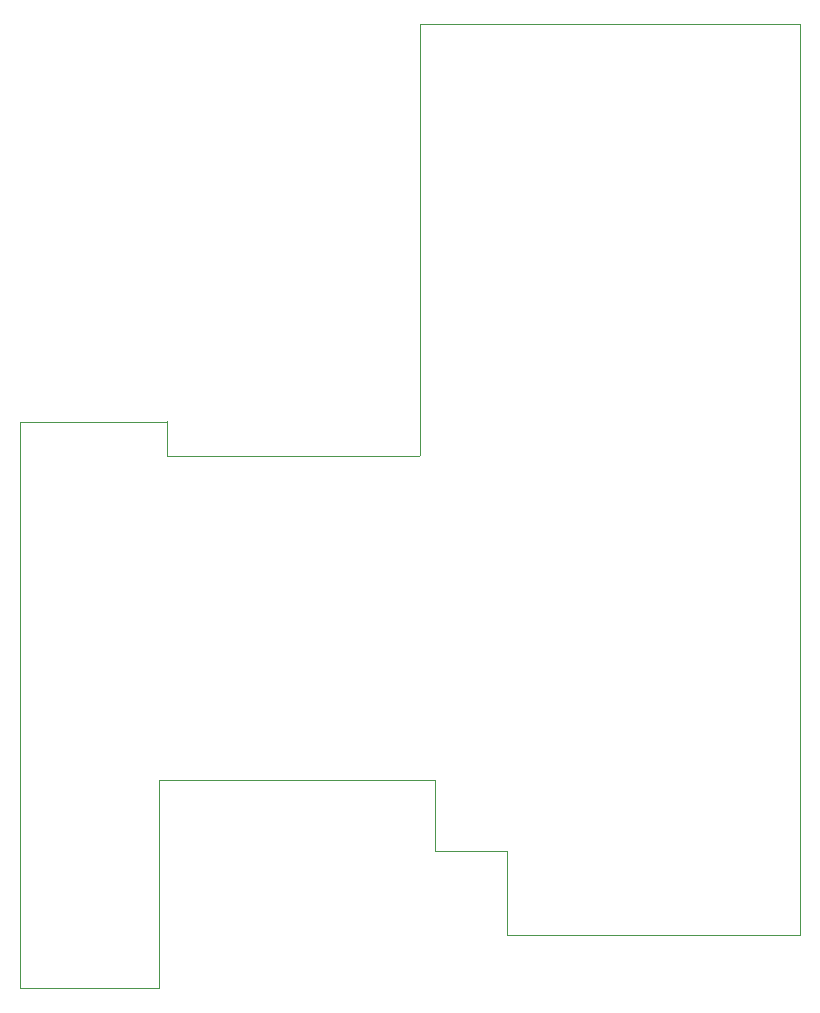
<source format=gbr>
G04 #@! TF.FileFunction,Profile,NP*
%FSLAX46Y46*%
G04 Gerber Fmt 4.6, Leading zero omitted, Abs format (unit mm)*
G04 Created by KiCad (PCBNEW 4.0.6) date Monday, July 30, 2018 'PMt' 08:55:28 PM*
%MOMM*%
%LPD*%
G01*
G04 APERTURE LIST*
%ADD10C,0.100000*%
G04 APERTURE END LIST*
D10*
X143713200Y-128295400D02*
X143738600Y-128295400D01*
X143713200Y-122275600D02*
X143713200Y-128295400D01*
X149758400Y-128295400D02*
X143687800Y-128295400D01*
X142392400Y-66751200D02*
X142392400Y-69951600D01*
X174599600Y-132334000D02*
X174599600Y-135331200D01*
X120350400Y-139852400D02*
X108559600Y-139852400D01*
X108559600Y-130708400D02*
X108559600Y-139801600D01*
X108562140Y-130741420D02*
X108562140Y-91899740D01*
X141922500Y-94805500D02*
X141904720Y-94805500D01*
X142379700Y-70000000D02*
X142379700Y-94754700D01*
X142394940Y-58280040D02*
X142394940Y-66794120D01*
X174599600Y-58264800D02*
X172567600Y-58264800D01*
X174599600Y-132331200D02*
X174599600Y-58264800D01*
X172618400Y-135331200D02*
X174599600Y-135331200D01*
X108559600Y-91897200D02*
X121005600Y-91897200D01*
X108559600Y-139852400D02*
X108559600Y-139801600D01*
X121094500Y-94805500D02*
X142350000Y-94805500D01*
X121031000Y-91884500D02*
X121031000Y-94805500D01*
X144576800Y-58264800D02*
X172618400Y-58264800D01*
X144576800Y-58264800D02*
X142400000Y-58264800D01*
X120345200Y-135636000D02*
X120345200Y-139877800D01*
X120345200Y-125298200D02*
X120345200Y-135636000D01*
X143713200Y-122275600D02*
X120321200Y-122275600D01*
X120345200Y-125323600D02*
X120345200Y-122275600D01*
X149758400Y-128320800D02*
X149758400Y-135331200D01*
X149758400Y-128320800D02*
X149758400Y-128625600D01*
X149758400Y-135331200D02*
X172618400Y-135331200D01*
M02*

</source>
